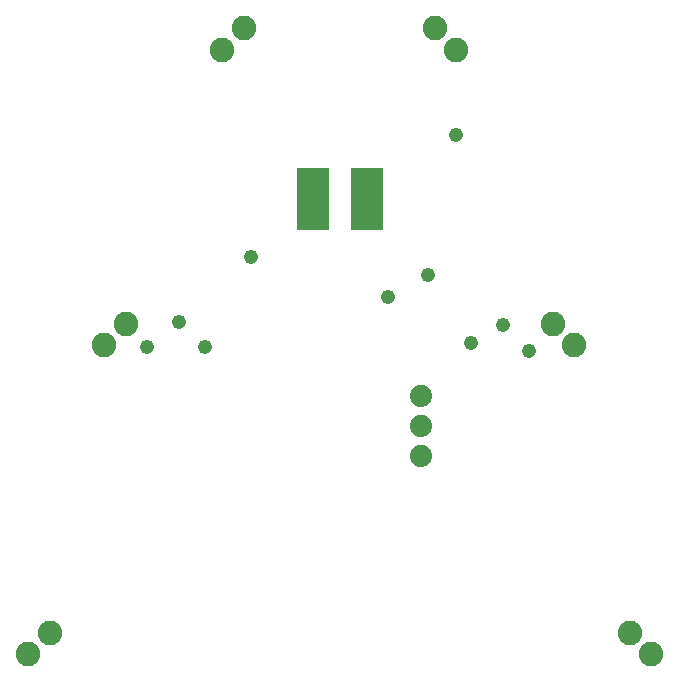
<source format=gbs>
G75*
G70*
%OFA0B0*%
%FSLAX24Y24*%
%IPPOS*%
%LPD*%
%AMOC8*
5,1,8,0,0,1.08239X$1,22.5*
%
%ADD10C,0.0820*%
%ADD11R,0.1080X0.2080*%
%ADD12C,0.0740*%
%ADD13C,0.0476*%
D10*
X004721Y003463D03*
X005428Y004170D03*
X007250Y013778D03*
X007957Y014485D03*
X011187Y023621D03*
X011894Y024328D03*
X018273Y024328D03*
X018980Y023621D03*
X022210Y014485D03*
X022917Y013778D03*
X024759Y004170D03*
X025466Y003463D03*
D11*
X015990Y018630D03*
X014190Y018630D03*
D12*
X017790Y012070D03*
X017790Y011070D03*
X017790Y010070D03*
D13*
X021390Y013590D03*
X020550Y014430D03*
X019470Y013830D03*
X018030Y016110D03*
X016710Y015390D03*
X012150Y016710D03*
X009750Y014550D03*
X010590Y013710D03*
X008670Y013710D03*
X018980Y020790D03*
M02*

</source>
